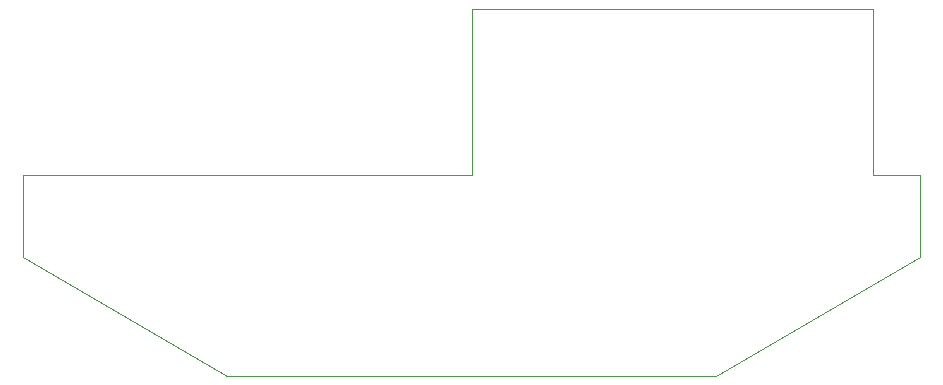
<source format=gbr>
%TF.GenerationSoftware,KiCad,Pcbnew,(6.0.5)*%
%TF.CreationDate,2022-06-19T20:20:05-05:00*%
%TF.ProjectId,GBOYAudioBreakout,47424f59-4175-4646-996f-427265616b6f,rev?*%
%TF.SameCoordinates,Original*%
%TF.FileFunction,Profile,NP*%
%FSLAX46Y46*%
G04 Gerber Fmt 4.6, Leading zero omitted, Abs format (unit mm)*
G04 Created by KiCad (PCBNEW (6.0.5)) date 2022-06-19 20:20:05*
%MOMM*%
%LPD*%
G01*
G04 APERTURE LIST*
%TA.AperFunction,Profile*%
%ADD10C,0.050000*%
%TD*%
G04 APERTURE END LIST*
D10*
X155600000Y-192400000D02*
X155600000Y-199400000D01*
X79600000Y-199400000D02*
X96920000Y-209400000D01*
X117600000Y-192400000D02*
X83600000Y-192400000D01*
X151600000Y-178400000D02*
X117600000Y-178400000D01*
X83600000Y-192400000D02*
X79600000Y-192400000D01*
X151600000Y-192400000D02*
X155600000Y-192400000D01*
X117600000Y-178400000D02*
X117600000Y-192400000D01*
X96920000Y-209400000D02*
X138280000Y-209400000D01*
X155600000Y-199400000D02*
X138280000Y-209400000D01*
X151600000Y-178400000D02*
X151600000Y-192400000D01*
X79600000Y-192400000D02*
X79600000Y-199400000D01*
M02*

</source>
